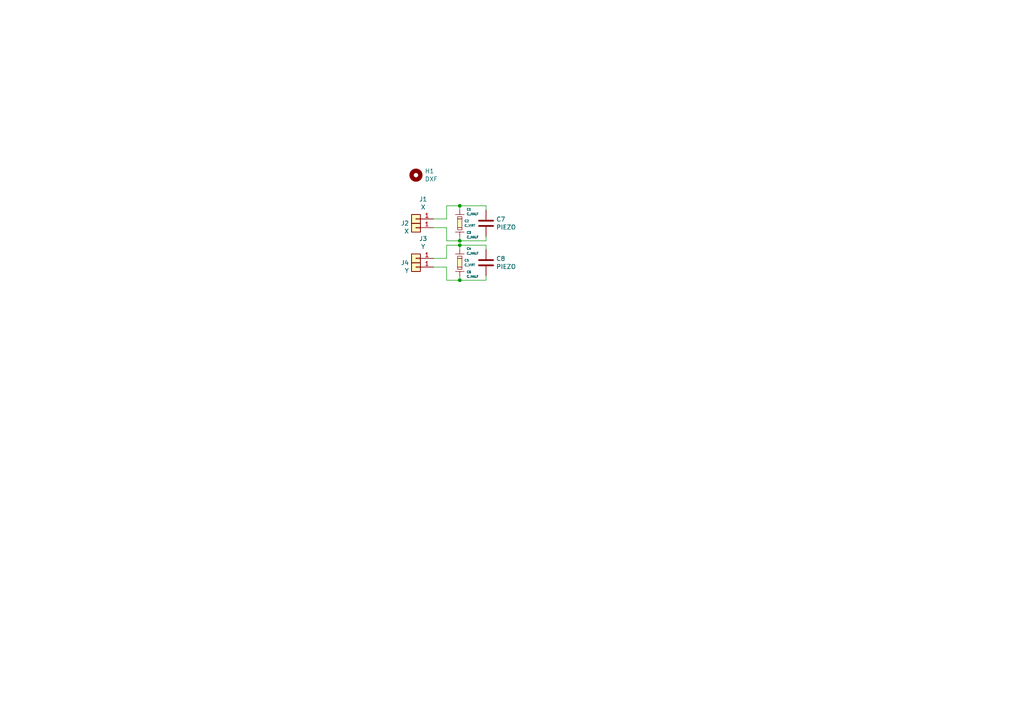
<source format=kicad_sch>
(kicad_sch (version 20211123) (generator eeschema)
  (paper "A4")
  (lib_symbols
    (symbol "Connector_Generic:Conn_01x01" (pin_names (offset 1.016) hide)
      (property "Reference" "J" (at 0 2.54 0))
      (property "Value" "Conn_01x01" (at 0 -2.54 0))
      (symbol "Conn_01x01_1_1"
        (rectangle (start -1.27 0.127) (end 0 -0.127) (stroke (width 0.1524)))
        (rectangle (start -1.27 1.27) (end 1.27 -1.27) (stroke (width 0.254)) (fill (type background)))
        (pin passive line (at -5.08 0 0) (length 3.81) (name "Pin_1") (number "1"))
      )
    )
    (symbol "Device:C" (pin_numbers hide) (pin_names (offset 0.254))
      (property "Reference" "C" (at 0.635 2.54 0))
      (property "Value" "C" (at 0.635 -2.54 0))
      (symbol "C_0_1"
        (polyline (pts (xy -2.032 -0.762) (xy 2.032 -0.762)) (stroke (width 0.508)))
        (polyline (pts (xy -2.032 0.762) (xy 2.032 0.762)) (stroke (width 0.508)))
      )
      (symbol "C_1_1"
        (pin passive line (at 0 3.81 270) (length 2.794) (name "~") (number "1"))
        (pin passive line (at 0 -3.81 90) (length 2.794) (name "~") (number "2"))
      )
    )
    (symbol "Mechanical:MountingHole" (pin_names (offset 1.016))
      (property "Reference" "H" (at 0 5.08 0))
      (property "Value" "MountingHole" (at 0 3.175 0))
      (symbol "MountingHole_0_1"
        (circle (center 0 0) (radius 1.27) (stroke (width 1.27)))
      )
    )
    (symbol "otter:C_HALF" (pin_numbers hide) (pin_names (offset 1.016) hide)
      (property "Reference" "C" (at 0 3.175 0))
      (property "Value" "C_HALF" (at 0 1.905 0))
      (symbol "C_HALF_0_1"
        (rectangle (start 0 1.27) (end 0 -1.27))
      )
      (symbol "C_HALF_1_1"
        (pin input line (at -1.27 0 0) (length 1.27) (name "1") (number "1"))
      )
    )
    (symbol "otter:C_VIRT" (pin_names (offset 1.016))
      (property "Reference" "C" (at 0 0 0))
      (property "Value" "C_VIRT" (at 0 1.27 0))
      (symbol "C_VIRT_0_1"
        (rectangle (start -1.27 0.635) (end -1.905 -0.635))
        (rectangle (start -1.27 0.635) (end 1.27 -0.635) (fill (type background)))
        (rectangle (start 1.27 0.635) (end 1.905 -0.635))
      )
    )
  )
  (junction (at 133.35 81.28))
  (junction (at 133.35 59.69))
  (junction (at 133.35 71.12))
  (junction (at 133.35 69.85))
  (wire (pts (xy 140.97 80.01) (xy 140.97 81.28)))
  (wire (pts (xy 125.73 66.04) (xy 129.54 66.04)))
  (wire (pts (xy 133.35 81.28) (xy 140.97 81.28)))
  (wire (pts (xy 133.35 69.85) (xy 140.97 69.85)))
  (wire (pts (xy 140.97 68.58) (xy 140.97 69.85)))
  (wire (pts (xy 133.35 60.96) (xy 133.35 59.69)))
  (wire (pts (xy 140.97 60.96) (xy 140.97 59.69)))
  (wire (pts (xy 133.35 81.28) (xy 129.54 81.28)))
  (wire (pts (xy 133.35 72.39) (xy 133.35 71.12)))
  (wire (pts (xy 129.54 74.93) (xy 125.73 74.93)))
  (wire (pts (xy 133.35 59.69) (xy 140.97 59.69)))
  (wire (pts (xy 133.35 59.69) (xy 129.54 59.69)))
  (wire (pts (xy 133.35 69.85) (xy 129.54 69.85)))
  (wire (pts (xy 129.54 63.5) (xy 125.73 63.5)))
  (wire (pts (xy 140.97 72.39) (xy 140.97 71.12)))
  (wire (pts (xy 129.54 59.69) (xy 129.54 63.5)))
  (wire (pts (xy 129.54 71.12) (xy 129.54 74.93)))
  (wire (pts (xy 133.35 71.12) (xy 140.97 71.12)))
  (wire (pts (xy 133.35 68.58) (xy 133.35 69.85)))
  (wire (pts (xy 129.54 66.04) (xy 129.54 69.85)))
  (wire (pts (xy 133.35 71.12) (xy 129.54 71.12)))
  (wire (pts (xy 125.73 77.47) (xy 129.54 77.47)))
  (wire (pts (xy 129.54 77.47) (xy 129.54 81.28)))
  (wire (pts (xy 133.35 80.01) (xy 133.35 81.28)))
  (symbol (lib_id "Mechanical:MountingHole") (at 120.65 50.8 0) (unit 1)
    (property "Reference" "H1" (at 123.19 49.6316 0) (effects (justify left)))
    (property "Value" "DXF" (at 123.19 51.943 0) (effects (justify left)))
    (property "Footprint" "otter:xy_stage_outline" (effects hide))
  )
  (symbol (lib_id "otter:C_HALF") (at 133.35 62.23 270) (unit 1)
    (property "Reference" "C1" (at 135.3312 60.7314 90) (effects (font (size 0.635 0.635)) (justify left)))
    (property "Value" "C_HALF" (at 135.3312 62.0522 90) (effects (font (size 0.635 0.635)) (justify left)))
    (property "Footprint" "otter:XY_pads" (effects hide))
  )
  (symbol (lib_id "otter:C_HALF") (at 133.35 73.66 270) (unit 1)
    (property "Reference" "C4" (at 135.3312 72.1614 90) (effects (font (size 0.635 0.635)) (justify left)))
    (property "Value" "C_HALF" (at 135.3312 73.4822 90) (effects (font (size 0.635 0.635)) (justify left)))
    (property "Footprint" "otter:XY_pads" (effects hide))
  )
  (symbol (lib_id "otter:C_HALF") (at 133.35 67.31 90) (unit 1)
    (property "Reference" "C3" (at 135.3312 67.4624 90) (effects (font (size 0.635 0.635)) (justify right)))
    (property "Value" "C_HALF" (at 135.3312 68.7832 90) (effects (font (size 0.635 0.635)) (justify right)))
    (property "Footprint" "otter:XY_pads" (effects hide))
  )
  (symbol (lib_id "otter:C_HALF") (at 133.35 78.74 90) (unit 1)
    (property "Reference" "C6" (at 135.3312 78.8924 90) (effects (font (size 0.635 0.635)) (justify right)))
    (property "Value" "C_HALF" (at 135.3312 80.2132 90) (effects (font (size 0.635 0.635)) (justify right)))
    (property "Footprint" "otter:XY_pads" (effects hide))
  )
  (symbol (lib_id "otter:C_VIRT") (at 133.35 64.77 270) (unit 1)
    (property "Reference" "C2" (at 134.6962 64.1096 90) (effects (font (size 0.635 0.635)) (justify left)))
    (property "Value" "C_VIRT" (at 134.6962 65.4304 90) (effects (font (size 0.635 0.635)) (justify left)))
    (property "Footprint" "otter:XY_C_1812_3D_90" (effects hide))
  )
  (symbol (lib_id "otter:C_VIRT") (at 133.35 76.2 270) (unit 1)
    (property "Reference" "C5" (at 134.6962 75.5396 90) (effects (font (size 0.635 0.635)) (justify left)))
    (property "Value" "C_VIRT" (at 134.6962 76.8604 90) (effects (font (size 0.635 0.635)) (justify left)))
    (property "Footprint" "otter:XY_C_1812_3D_90" (effects hide))
  )
  (symbol (lib_id "Device:C") (at 140.97 76.2 0) (unit 1)
    (property "Reference" "C8" (at 143.891 75.0316 0) (effects (justify left)))
    (property "Value" "PIEZO" (at 143.891 77.343 0) (effects (justify left)))
    (property "Footprint" "otter:piezo_1.65x1.65x5" (effects hide))
  )
  (symbol (lib_id "Device:C") (at 140.97 64.77 0) (unit 1)
    (property "Reference" "C7" (at 143.891 63.6016 0) (effects (justify left)))
    (property "Value" "PIEZO" (at 143.891 65.913 0) (effects (justify left)))
    (property "Footprint" "otter:piezo_1.65x1.65x5" (effects hide))
  )
  (symbol (lib_id "Connector_Generic:Conn_01x01") (at 120.65 63.5 180) (unit 1)
    (property "Reference" "J1" (at 122.7328 57.785 0))
    (property "Value" "X" (at 122.7328 60.0964 0))
    (property "Footprint" "otter:PinHeader_1x01_P2.54mm_Vertical_NOSILK" (effects hide))
  )
  (symbol (lib_id "Connector_Generic:Conn_01x01") (at 120.65 66.04 180) (unit 1)
    (property "Reference" "J2" (at 118.6434 64.77 0) (effects (justify left)))
    (property "Value" "X" (at 118.6434 67.0814 0) (effects (justify left)))
    (property "Footprint" "otter:PinHeader_1x01_P2.54mm_Vertical_NOSILK" (effects hide))
  )
  (symbol (lib_id "Connector_Generic:Conn_01x01") (at 120.65 74.93 180) (unit 1)
    (property "Reference" "J3" (at 122.7328 69.215 0))
    (property "Value" "Y" (at 122.7328 71.5264 0))
    (property "Footprint" "otter:PinHeader_1x01_P2.54mm_Vertical_NOSILK" (effects hide))
  )
  (symbol (lib_id "Connector_Generic:Conn_01x01") (at 120.65 77.47 180) (unit 1)
    (property "Reference" "J4" (at 118.6434 76.2 0) (effects (justify left)))
    (property "Value" "Y" (at 118.6434 78.5114 0) (effects (justify left)))
    (property "Footprint" "otter:PinHeader_1x01_P2.54mm_Vertical_NOSILK" (effects hide))
  )
)
</source>
